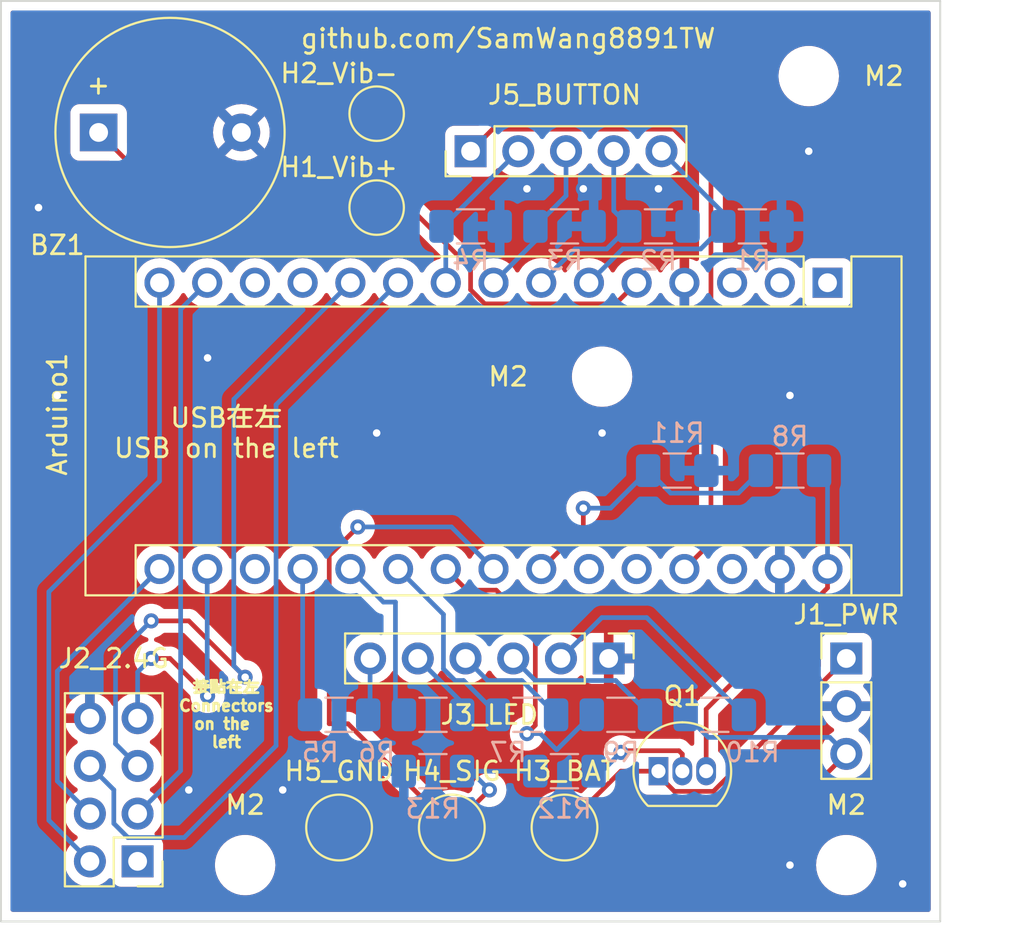
<source format=kicad_pcb>
(kicad_pcb (version 20211014) (generator pcbnew)
  (layers (0 "F.Cu" signal) (31 "B.Cu" signal) (34 "B.Paste" user) (35 "F.Paste" user) (36 "B.SilkS" user "B.Silkscreen") (37 "F.SilkS" user "F.Silkscreen") (38 "B.Mask" user) (39 "F.Mask" user) (44 "Edge.Cuts" user))
  (net 0 "")
  (net 4 "Earth")
  (net 5 "Net-(Arduino1-Pad5)")
  (net 6 "Net-(Arduino1-Pad6)")
  (net 7 "Net-(Arduino1-Pad7)")
  (net 8 "Net-(Arduino1-Pad8)")
  (net 9 "Net-(Arduino1-Pad9)")
  (net 10 "Net-(Arduino1-Pad10)")
  (net 11 "Net-(Arduino1-Pad11)")
  (net 14 "Net-(Arduino1-Pad14)")
  (net 15 "Net-(Arduino1-Pad15)")
  (net 16 "Net-(Arduino1-Pad16)")
  (net 17 "Net-(Arduino1-Pad17)")
  (net 19 "Net-(Arduino1-Pad19)")
  (net 20 "Net-(Arduino1-Pad20)")
  (net 21 "Net-(Arduino1-Pad21)")
  (net 22 "Net-(Arduino1-Pad22)")
  (net 23 "SIG")
  (net 24 "Net-(Arduino1-Pad24)")
  (net 27 "5V")
  (net 29 "Net-(Arduino1-Pad30)")
  (net 30 "Net-(H3-Pad1)")
  (net 32 "Net-(J3-Pad2)")
  (net 33 "Net-(J3-Pad3)")
  (net 34 "Net-(J3-Pad4)")
  (net 35 "Net-(J3-Pad5)")
  (net 36 "Net-(J3-Pad6)")
  (net 37 "Net-(Q1-Pad2)")
  (footprint "TestPoint:TestPoint_Pad_D2.5mm" (layer "F.Cu") (at 142 91)
    (fp_text reference "H1_Vib+" (at -2 -2.148) (layer "F.SilkS"))
    (fp_text value "Vibrator_Soder_Hole")
    (fp_circle (center 0 0) (end 0 1.45) (layer "F.SilkS") (width 0.12) (fill none))
    (pad "1" smd circle (at 0 0) (size 2.5 2.5) (layers "F.Cu" "F.Mask") (net 5 "Net-(Arduino1-Pad5)"))
  )
  (footprint "MountingHole:MountingHole_2.2mm_M2" (layer "F.Cu") (at 165 84)
    (fp_text reference "M2" (at 4 0) (layer "F.SilkS"))
    (fp_text value "MountingHole_2.2mm_M2")
    (pad "" np_thru_hole circle (at 0 0) (size 2.2 2.2) (drill 2.2) (layers *.Cu *.Mask))
  )
  (footprint "Package_TO_SOT_THT:TO-92_Inline" (layer "F.Cu") (at 157 121)
    (fp_text reference "Q1" (at 1.27 -4) (layer "F.SilkS"))
    (fp_text value "2N4355")
    (fp_line (start -0.53 1.85) (end 3.07 1.85) (layer "F.SilkS") (width 0.12))
    (fp_arc (start -0.568478 1.838478) (mid -1.132087 -0.994977) (end 1.27 -2.6) (layer "F.SilkS") (width 0.12))
    (fp_arc (start 1.27 -2.6) (mid 3.672087 -0.994977) (end 3.108478 1.838478) (layer "F.SilkS") (width 0.12))
    (pad "1" thru_hole rect (at 0 0) (size 1.05 1.5) (drill 0.75) (layers *.Cu *.Mask) (net 30 "Net-(H3-Pad1)"))
    (pad "2" thru_hole oval (at 1.27 0) (size 1.05 1.5) (drill 0.75) (layers *.Cu *.Mask) (net 37 "Net-(Q1-Pad2)"))
    (pad "3" thru_hole oval (at 2.54 0) (size 1.05 1.5) (drill 0.75) (layers *.Cu *.Mask) (net 29 "Net-(Arduino1-Pad30)"))
  )
  (footprint "Connector_PinHeader_2.54mm:PinHeader_1x03_P2.54mm_Vertical" (layer "F.Cu") (at 167 115)
    (fp_text reference "J1_PWR" (at 0 -2.33) (layer "F.SilkS"))
    (fp_text value "PowerCONN")
    (fp_line (start -1.33 1.27) (end -1.33 6.41) (layer "F.SilkS") (width 0.12))
    (fp_line (start -1.33 -1.33) (end 0 -1.33) (layer "F.SilkS") (width 0.12))
    (fp_line (start -1.33 6.41) (end 1.33 6.41) (layer "F.SilkS") (width 0.12))
    (fp_line (start 1.33 1.27) (end 1.33 6.41) (layer "F.SilkS") (width 0.12))
    (fp_line (start -1.33 0) (end -1.33 -1.33) (layer "F.SilkS") (width 0.12))
    (fp_line (start -1.33 1.27) (end 1.33 1.27) (layer "F.SilkS") (width 0.12))
    (pad "1" thru_hole rect (at 0 0) (size 1.7 1.7) (drill 1) (layers *.Cu *.Mask) (net 30 "Net-(H3-Pad1)"))
    (pad "2" thru_hole oval (at 0 2.54) (size 1.7 1.7) (drill 1) (layers *.Cu *.Mask) (net 4 "Earth"))
    (pad "3" thru_hole oval (at 0 5.08) (size 1.7 1.7) (drill 1) (layers *.Cu *.Mask) (net 23 "SIG"))
  )
  (footprint "Connector_PinHeader_2.54mm:PinHeader_2x04_P2.54mm_Vertical" (layer "F.Cu") (at 129.275 125.8 180)
    (fp_text reference "J2_2.4G" (at 1.27 10.8) (layer "F.SilkS"))
    (fp_text value "2.4G_CONN")
    (fp_line (start 1.27 -1.33) (end 3.87 -1.33) (layer "F.SilkS") (width 0.12))
    (fp_line (start -1.33 8.95) (end 3.87 8.95) (layer "F.SilkS") (width 0.12))
    (fp_line (start -1.33 1.27) (end -1.33 8.95) (layer "F.SilkS") (width 0.12))
    (fp_line (start 1.27 1.27) (end 1.27 -1.33) (layer "F.SilkS") (width 0.12))
    (fp_line (start -1.33 0) (end -1.33 -1.33) (layer "F.SilkS") (width 0.12))
    (fp_line (start -1.33 1.27) (end 1.27 1.27) (layer "F.SilkS") (width 0.12))
    (fp_line (start 3.87 -1.33) (end 3.87 8.95) (layer "F.SilkS") (width 0.12))
    (fp_line (start -1.33 -1.33) (end 0 -1.33) (layer "F.SilkS") (width 0.12))
    (pad "1" thru_hole rect (at 0 0 180) (size 1.7 1.7) (drill 1) (layers *.Cu *.Mask))
    (pad "2" thru_hole oval (at 2.54 0 180) (size 1.7 1.7) (drill 1) (layers *.Cu *.Mask) (net 15 "Net-(Arduino1-Pad15)"))
    (pad "3" thru_hole oval (at 0 2.54 180) (size 1.7 1.7) (drill 1) (layers *.Cu *.Mask) (net 14 "Net-(Arduino1-Pad14)"))
    (pad "4" thru_hole oval (at 2.54 2.54 180) (size 1.7 1.7) (drill 1) (layers *.Cu *.Mask) (net 16 "Net-(Arduino1-Pad16)"))
    (pad "5" thru_hole oval (at 0 5.08 180) (size 1.7 1.7) (drill 1) (layers *.Cu *.Mask) (net 11 "Net-(Arduino1-Pad11)"))
    (pad "6" thru_hole oval (at 2.54 5.08 180) (size 1.7 1.7) (drill 1) (layers *.Cu *.Mask) (net 10 "Net-(Arduino1-Pad10)"))
    (pad "7" thru_hole oval (at 0 7.62 180) (size 1.7 1.7) (drill 1) (layers *.Cu *.Mask) (net 17 "Net-(Arduino1-Pad17)"))
    (pad "8" thru_hole oval (at 2.54 7.62 180) (size 1.7 1.7) (drill 1) (layers *.Cu *.Mask) (net 4 "Earth"))
  )
  (footprint "Module:Arduino_Nano" (layer "F.Cu") (at 166 95 -90)
    (fp_text reference "Arduino1" (at 7 41 -90) (layer "F.SilkS"))
    (fp_text value "Arduino_Nano")
    (fp_line (start 13.97 -1.27) (end 16.64 -1.27) (layer "F.SilkS") (width 0.12))
    (fp_line (start 1.27 -1.27) (end -1.4 -1.27) (layer "F.SilkS") (width 0.12))
    (fp_line (start 1.27 1.27) (end 1.27 36.83) (layer "F.SilkS") (width 0.12))
    (fp_line (start 1.27 1.27) (end 1.27 -1.27) (layer "F.SilkS") (width 0.12))
    (fp_line (start 16.64 39.5) (end 16.64 -3.94) (layer "F.SilkS") (width 0.12))
    (fp_line (start -1.4 -3.94) (end -1.4 -1.27) (layer "F.SilkS") (width 0.12))
    (fp_line (start -1.4 1.27) (end -1.4 39.5) (layer "F.SilkS") (width 0.12))
    (fp_line (start -1.4 39.5) (end 16.64 39.5) (layer "F.SilkS") (width 0.12))
    (fp_line (start 1.27 1.27) (end -1.4 1.27) (layer "F.SilkS") (width 0.12))
    (fp_line (start 13.97 36.83) (end 16.64 36.83) (layer "F.SilkS") (width 0.12))
    (fp_line (start 13.97 -1.27) (end 13.97 36.83) (layer "F.SilkS") (width 0.12))
    (fp_line (start 16.64 -3.94) (end -1.4 -3.94) (layer "F.SilkS") (width 0.12))
    (fp_line (start 1.27 36.83) (end -1.4 36.83) (layer "F.SilkS") (width 0.12))
    (pad "1" thru_hole rect (at 0 0 270) (size 1.6 1.6) (drill 1) (layers *.Cu *.Mask))
    (pad "2" thru_hole oval (at 0 2.54 270) (size 1.6 1.6) (drill 1) (layers *.Cu *.Mask))
    (pad "3" thru_hole oval (at 0 5.08 270) (size 1.6 1.6) (drill 1) (layers *.Cu *.Mask))
    (pad "4" thru_hole oval (at 0 7.62 270) (size 1.6 1.6) (drill 1) (layers *.Cu *.Mask) (net 4 "Earth"))
    (pad "5" thru_hole oval (at 0 10.16 270) (size 1.6 1.6) (drill 1) (layers *.Cu *.Mask) (net 5 "Net-(Arduino1-Pad5)"))
    (pad "6" thru_hole oval (at 0 12.7 270) (size 1.6 1.6) (drill 1) (layers *.Cu *.Mask) (net 6 "Net-(Arduino1-Pad6)"))
    (pad "7" thru_hole oval (at 0 15.24 270) (size 1.6 1.6) (drill 1) (layers *.Cu *.Mask) (net 7 "Net-(Arduino1-Pad7)"))
    (pad "8" thru_hole oval (at 0 17.78 270) (size 1.6 1.6) (drill 1) (layers *.Cu *.Mask) (net 8 "Net-(Arduino1-Pad8)"))
    (pad "9" thru_hole oval (at 0 20.32 270) (size 1.6 1.6) (drill 1) (layers *.Cu *.Mask) (net 9 "Net-(Arduino1-Pad9)"))
    (pad "10" thru_hole oval (at 0 22.86 270) (size 1.6 1.6) (drill 1) (layers *.Cu *.Mask) (net 10 "Net-(Arduino1-Pad10)"))
    (pad "11" thru_hole oval (at 0 25.4 270) (size 1.6 1.6) (drill 1) (layers *.Cu *.Mask) (net 11 "Net-(Arduino1-Pad11)"))
    (pad "12" thru_hole oval (at 0 27.94 270) (size 1.6 1.6) (drill 1) (layers *.Cu *.Mask))
    (pad "13" thru_hole oval (at 0 30.48 270) (size 1.6 1.6) (drill 1) (layers *.Cu *.Mask))
    (pad "14" thru_hole oval (at 0 33.02 270) (size 1.6 1.6) (drill 1) (layers *.Cu *.Mask) (net 14 "Net-(Arduino1-Pad14)"))
    (pad "15" thru_hole oval (at 0 35.56 270) (size 1.6 1.6) (drill 1) (layers *.Cu *.Mask) (net 15 "Net-(Arduino1-Pad15)"))
    (pad "16" thru_hole oval (at 15.24 35.56 270) (size 1.6 1.6) (drill 1) (layers *.Cu *.Mask) (net 16 "Net-(Arduino1-Pad16)"))
    (pad "17" thru_hole oval (at 15.24 33.02 270) (size 1.6 1.6) (drill 1) (layers *.Cu *.Mask) (net 17 "Net-(Arduino1-Pad17)"))
    (pad "18" thru_hole oval (at 15.24 30.48 270) (size 1.6 1.6) (drill 1) (layers *.Cu *.Mask))
    (pad "19" thru_hole oval (at 15.24 27.94 270) (size 1.6 1.6) (drill 1) (layers *.Cu *.Mask) (net 19 "Net-(Arduino1-Pad19)"))
    (pad "20" thru_hole oval (at 15.24 25.4 270) (size 1.6 1.6) (drill 1) (layers *.Cu *.Mask) (net 20 "Net-(Arduino1-Pad20)"))
    (pad "21" thru_hole oval (at 15.24 22.86 270) (size 1.6 1.6) (drill 1) (layers *.Cu *.Mask) (net 21 "Net-(Arduino1-Pad21)"))
    (pad "22" thru_hole oval (at 15.24 20.32 270) (size 1.6 1.6) (drill 1) (layers *.Cu *.Mask) (net 22 "Net-(Arduino1-Pad22)"))
    (pad "23" thru_hole oval (at 15.24 17.78 270) (size 1.6 1.6) (drill 1) (layers *.Cu *.Mask) (net 23 "SIG"))
    (pad "24" thru_hole oval (at 15.24 15.24 270) (size 1.6 1.6) (drill 1) (layers *.Cu *.Mask) (net 24 "Net-(Arduino1-Pad24)"))
    (pad "25" thru_hole oval (at 15.24 12.7 270) (size 1.6 1.6) (drill 1) (layers *.Cu *.Mask))
    (pad "26" thru_hole oval (at 15.24 10.16 270) (size 1.6 1.6) (drill 1) (layers *.Cu *.Mask))
    (pad "27" thru_hole oval (at 15.24 7.62 270) (size 1.6 1.6) (drill 1) (layers *.Cu *.Mask) (net 27 "5V"))
    (pad "28" thru_hole oval (at 15.24 5.08 270) (size 1.6 1.6) (drill 1) (layers *.Cu *.Mask))
    (pad "29" thru_hole oval (at 15.24 2.54 270) (size 1.6 1.6) (drill 1) (layers *.Cu *.Mask) (net 4 "Earth"))
    (pad "30" thru_hole oval (at 15.24 0 270) (size 1.6 1.6) (drill 1) (layers *.Cu *.Mask) (net 29 "Net-(Arduino1-Pad30)"))
  )
  (footprint "Buzzer_Beeper:Buzzer_12x9.5RM7.6" (layer "F.Cu") (at 127.2 87)
    (fp_text reference "BZ1" (at -2.2 6) (layer "F.SilkS"))
    (fp_text value "Buzzer")
    (fp_text user "+" (at -0.01 -2.54) (layer "F.SilkS"))
    (fp_circle (center 3.8 0) (end 9.9 0) (layer "F.SilkS") (width 0.12) (fill none))
    (pad "1" thru_hole rect (at 0 0) (size 2 2) (drill 1) (layers *.Cu *.Mask) (net 5 "Net-(Arduino1-Pad5)"))
    (pad "2" thru_hole circle (at 7.6 0) (size 2 2) (drill 1) (layers *.Cu *.Mask) (net 4 "Earth"))
  )
  (footprint "MountingHole:MountingHole_2.2mm_M2" (layer "F.Cu") (at 167 126)
    (fp_text reference "M2" (at 0 -3.2) (layer "F.SilkS"))
    (fp_text value "MountingHole_2.2mm_M2")
    (pad "" np_thru_hole circle (at 0 0) (size 2.2 2.2) (drill 2.2) (layers *.Cu *.Mask))
  )
  (footprint "TestPoint:TestPoint_Pad_D3.0mm" (layer "F.Cu") (at 146 124)
    (fp_text reference "H4_SIG" (at 0 -3) (layer "F.SilkS"))
    (fp_text value "SIG")
    (fp_circle (center 0 0) (end 0 1.75) (layer "F.SilkS") (width 0.12) (fill none))
    (pad "1" smd circle (at 0 0) (size 3 3) (layers "F.Cu" "F.Mask") (net 23 "SIG"))
  )
  (footprint "Connector_PinHeader_2.54mm:PinHeader_1x06_P2.54mm_Vertical" (layer "F.Cu") (at 154.35 115 -90)
    (fp_text reference "J3_LED" (at 3 6.35 180) (layer "F.SilkS"))
    (fp_text value "LED_CONN")
    (fp_line (start -1.33 0) (end -1.33 -1.33) (layer "F.SilkS") (width 0.12))
    (fp_line (start 1.33 1.27) (end 1.33 14.03) (layer "F.SilkS") (width 0.12))
    (fp_line (start -1.33 14.03) (end 1.33 14.03) (layer "F.SilkS") (width 0.12))
    (fp_line (start -1.33 -1.33) (end 0 -1.33) (layer "F.SilkS") (width 0.12))
    (fp_line (start -1.33 1.27) (end -1.33 14.03) (layer "F.SilkS") (width 0.12))
    (fp_line (start -1.33 1.27) (end 1.33 1.27) (layer "F.SilkS") (width 0.12))
    (pad "1" thru_hole rect (at 0 0 270) (size 1.7 1.7) (drill 1) (layers *.Cu *.Mask) (net 4 "Earth"))
    (pad "2" thru_hole oval (at 0 2.54 270) (size 1.7 1.7) (drill 1) (layers *.Cu *.Mask) (net 32 "Net-(J3-Pad2)"))
    (pad "3" thru_hole oval (at 0 5.08 270) (size 1.7 1.7) (drill 1) (layers *.Cu *.Mask) (net 33 "Net-(J3-Pad3)"))
    (pad "4" thru_hole oval (at 0 7.62 270) (size 1.7 1.7) (drill 1) (layers *.Cu *.Mask) (net 34 "Net-(J3-Pad4)"))
    (pad "5" thru_hole oval (at 0 10.16 270) (size 1.7 1.7) (drill 1) (layers *.Cu *.Mask) (net 35 "Net-(J3-Pad5)"))
    (pad "6" thru_hole oval (at 0 12.7 270) (size 1.7 1.7) (drill 1) (layers *.Cu *.Mask) (net 36 "Net-(J3-Pad6)"))
  )
  (footprint "TestPoint:TestPoint_Pad_D3.0mm" (layer "F.Cu") (at 152 124)
    (fp_text reference "H3_BAT" (at 0 -3) (layer "F.SilkS"))
    (fp_text value "BAT")
    (fp_circle (center 0 0) (end 0 1.75) (layer "F.SilkS") (width 0.12) (fill none))
    (pad "1" smd circle (at 0 0) (size 3 3) (layers "F.Cu" "F.Mask") (net 30 "Net-(H3-Pad1)"))
  )
  (footprint "MountingHole:MountingHole_2.2mm_M2" (layer "F.Cu") (at 135 126)
    (fp_text reference "M2" (at 0 -3.2) (layer "F.SilkS"))
    (fp_text value "MountingHole_2.2mm_M2")
    (pad "" np_thru_hole circle (at 0 0) (size 2.2 2.2) (drill 2.2) (layers *.Cu *.Mask))
  )
  (footprint "TestPoint:TestPoint_Pad_D2.5mm" (layer "F.Cu") (at 142 86)
    (fp_text reference "H2_Vib-" (at -2 -2.148) (layer "F.SilkS"))
    (fp_text value "Vibrator_Soder_Hole")
    (fp_circle (center 0 0) (end 0 1.45) (layer "F.SilkS") (width 0.12) (fill none))
    (pad "1" smd circle (at 0 0) (size 2.5 2.5) (layers "F.Cu" "F.Mask") (net 4 "Earth"))
  )
  (footprint "Connector_PinHeader_2.54mm:PinHeader_1x05_P2.54mm_Vertical" (layer "F.Cu") (at 147 88 90)
    (fp_text reference "J5_BUTTON" (at 3 5 180) (layer "F.SilkS"))
    (fp_text value "Button_CONN")
    (fp_line (start -1.33 1.27) (end 1.33 1.27) (layer "F.SilkS") (width 0.12))
    (fp_line (start -1.33 11.49) (end 1.33 11.49) (layer "F.SilkS") (width 0.12))
    (fp_line (start -1.33 1.27) (end -1.33 11.49) (layer "F.SilkS") (width 0.12))
    (fp_line (start 1.33 1.27) (end 1.33 11.49) (layer "F.SilkS") (width 0.12))
    (fp_line (start -1.33 0) (end -1.33 -1.33) (layer "F.SilkS") (width 0.12))
    (fp_line (start -1.33 -1.33) (end 0 -1.33) (layer "F.SilkS") (width 0.12))
    (pad "1" thru_hole rect (at 0 0 90) (size 1.7 1.7) (drill 1) (layers *.Cu *.Mask) (net 27 "5V"))
    (pad "2" thru_hole oval (at 0 2.54 90) (size 1.7 1.7) (drill 1) (layers *.Cu *.Mask) (net 9 "Net-(Arduino1-Pad9)"))
    (pad "3" thru_hole oval (at 0 5.08 90) (size 1.7 1.7) (drill 1) (layers *.Cu *.Mask) (net 8 "Net-(Arduino1-Pad8)"))
    (pad "4" thru_hole oval (at 0 7.62 90) (size 1.7 1.7) (drill 1) (layers *.Cu *.Mask) (net 7 "Net-(Arduino1-Pad7)"))
    (pad "5" thru_hole oval (at 0 10.16 90) (size 1.7 1.7) (drill 1) (layers *.Cu *.Mask) (net 6 "Net-(Arduino1-Pad6)"))
  )
  (footprint "TestPoint:TestPoint_Pad_D3.0mm" (layer "F.Cu") (at 140 124)
    (fp_text reference "H5_GND" (at 0 -3) (layer "F.SilkS"))
    (fp_text value "GND")
    (fp_circle (center 0 0) (end 0 1.75) (layer "F.SilkS") (width 0.12) (fill none))
    (pad "1" smd circle (at 0 0) (size 3 3) (layers "F.Cu" "F.Mask") (net 4 "Earth"))
  )
  (footprint "MountingHole:MountingHole_2.2mm_M2" (layer "F.Cu") (at 154 100)
    (fp_text reference "M2" (at -5 0) (layer "F.SilkS"))
    (fp_text value "MountingHole_2.2mm_M2")
    (pad "" np_thru_hole circle (at 0 0) (size 2.2 2.2) (drill 2.2) (layers *.Cu *.Mask))
  )
  (footprint "Resistor_SMD:R_1206_3216Metric_Pad1.30x1.75mm_HandSolder" (layer "B.Cu") (at 151.995238 121 180)
    (fp_text reference "R12" (at 0 -2) (layer "B.SilkS") (effects (justify mirror)))
    (fp_text value "100kΩ")
    (fp_line (start -0.727064 -0.91) (end 0.727064 -0.91) (layer "B.SilkS") (width 0.12))
    (fp_line (start -0.727064 0.91) (end 0.727064 0.91) (layer "B.SilkS") (width 0.12))
    (pad "1" smd roundrect (at -1.55 0 180) (size 1.3 1.75) (layers "B.Cu" "B.Paste" "B.Mask") (roundrect_rratio 0.1923076923) (net 37 "Net-(Q1-Pad2)"))
    (pad "2" smd roundrect (at 1.55 0 180) (size 1.3 1.75) (layers "B.Cu" "B.Paste" "B.Mask") (roundrect_rratio 0.1923076923) (net 23 "SIG"))
  )
  (footprint "Resistor_SMD:R_1206_3216Metric_Pad1.30x1.75mm_HandSolder" (layer "B.Cu") (at 158 105)
    (fp_text reference "R11" (at 0 -2) (layer "B.SilkS") (effects (justify mirror)))
    (fp_text value "500kΩ")
    (fp_line (start -0.727064 0.91) (end 0.727064 0.91) (layer "B.SilkS") (width 0.12))
    (fp_line (start -0.727064 -0.91) (end 0.727064 -0.91) (layer "B.SilkS") (width 0.12))
    (pad "1" smd roundrect (at -1.55 0) (size 1.3 1.75) (layers "B.Cu" "B.Paste" "B.Mask") (roundrect_rratio 0.1923076923) (net 24 "Net-(Arduino1-Pad24)"))
    (pad "2" smd roundrect (at 1.55 0) (size 1.3 1.75) (layers "B.Cu" "B.Paste" "B.Mask") (roundrect_rratio 0.1923076923) (net 4 "Earth"))
  )
  (footprint "Resistor_SMD:R_1206_3216Metric_Pad1.30x1.75mm_HandSolder" (layer "B.Cu") (at 160 118 180)
    (fp_text reference "R10" (at -2 -2) (layer "B.SilkS") (effects (justify mirror)))
    (fp_text value "330Ω")
    (fp_line (start -0.727064 0.91) (end 0.727064 0.91) (layer "B.SilkS") (width 0.12))
    (fp_line (start -0.727064 -0.91) (end 0.727064 -0.91) (layer "B.SilkS") (width 0.12))
    (pad "1" smd roundrect (at -1.55 0 180) (size 1.3 1.75) (layers "B.Cu" "B.Paste" "B.Mask") (roundrect_rratio 0.1923076923) (net 32 "Net-(J3-Pad2)"))
    (pad "2" smd roundrect (at 1.55 0 180) (size 1.3 1.75) (layers "B.Cu" "B.Paste" "B.Mask") (roundrect_rratio 0.1923076923) (net 23 "SIG"))
  )
  (footprint "Resistor_SMD:R_1206_3216Metric_Pad1.30x1.75mm_HandSolder" (layer "B.Cu") (at 157 92)
    (fp_text reference "R2" (at 0 1.82) (layer "B.SilkS") (effects (justify mirror)))
    (fp_text value "330Ω")
    (fp_line (start -0.727064 0.91) (end 0.727064 0.91) (layer "B.SilkS") (width 0.12))
    (fp_line (start -0.727064 -0.91) (end 0.727064 -0.91) (layer "B.SilkS") (width 0.12))
    (pad "1" smd roundrect (at -1.55 0) (size 1.3 1.75) (layers "B.Cu" "B.Paste" "B.Mask") (roundrect_rratio 0.1923076923) (net 7 "Net-(Arduino1-Pad7)"))
    (pad "2" smd roundrect (at 1.55 0) (size 1.3 1.75) (layers "B.Cu" "B.Paste" "B.Mask") (roundrect_rratio 0.1923076923) (net 4 "Earth"))
  )
  (footprint "Resistor_SMD:R_1206_3216Metric_Pad1.30x1.75mm_HandSolder" (layer "B.Cu") (at 140 118 180)
    (fp_text reference "R5" (at 1 -2) (layer "B.SilkS") (effects (justify mirror)))
    (fp_text value "330Ω")
    (fp_line (start -0.727064 -0.91) (end 0.727064 -0.91) (layer "B.SilkS") (width 0.12))
    (fp_line (start -0.727064 0.91) (end 0.727064 0.91) (layer "B.SilkS") (width 0.12))
    (pad "1" smd roundrect (at -1.55 0 180) (size 1.3 1.75) (layers "B.Cu" "B.Paste" "B.Mask") (roundrect_rratio 0.1923076923) (net 36 "Net-(J3-Pad6)"))
    (pad "2" smd roundrect (at 1.55 0 180) (size 1.3 1.75) (layers "B.Cu" "B.Paste" "B.Mask") (roundrect_rratio 0.1923076923) (net 19 "Net-(Arduino1-Pad19)"))
  )
  (footprint "Resistor_SMD:R_1206_3216Metric_Pad1.30x1.75mm_HandSolder" (layer "B.Cu") (at 144.995238 121 180)
    (fp_text reference "R13" (at 0 -2) (layer "B.SilkS") (effects (justify mirror)))
    (fp_text value "20kΩ")
    (fp_line (start -0.727064 0.91) (end 0.727064 0.91) (layer "B.SilkS") (width 0.12))
    (fp_line (start -0.727064 -0.91) (end 0.727064 -0.91) (layer "B.SilkS") (width 0.12))
    (pad "1" smd roundrect (at -1.55 0 180) (size 1.3 1.75) (layers "B.Cu" "B.Paste" "B.Mask") (roundrect_rratio 0.1923076923) (net 23 "SIG"))
    (pad "2" smd roundrect (at 1.55 0 180) (size 1.3 1.75) (layers "B.Cu" "B.Paste" "B.Mask") (roundrect_rratio 0.1923076923) (net 4 "Earth"))
  )
  (footprint "Resistor_SMD:R_1206_3216Metric_Pad1.30x1.75mm_HandSolder" (layer "B.Cu") (at 150 118)
    (fp_text reference "R7" (at -1 2) (layer "B.SilkS") (effects (justify mirror)))
    (fp_text value "330Ω")
    (fp_line (start -0.727064 0.91) (end 0.727064 0.91) (layer "B.SilkS") (width 0.12))
    (fp_line (start -0.727064 -0.91) (end 0.727064 -0.91) (layer "B.SilkS") (width 0.12))
    (pad "1" smd roundrect (at -1.55 0) (size 1.3 1.75) (layers "B.Cu" "B.Paste" "B.Mask") (roundrect_rratio 0.1923076923) (net 21 "Net-(Arduino1-Pad21)"))
    (pad "2" smd roundrect (at 1.55 0) (size 1.3 1.75) (layers "B.Cu" "B.Paste" "B.Mask") (roundrect_rratio 0.1923076923) (net 34 "Net-(J3-Pad4)"))
  )
  (footprint "Resistor_SMD:R_1206_3216Metric_Pad1.30x1.75mm_HandSolder" (layer "B.Cu") (at 162 92)
    (fp_text reference "R1" (at 0 1.82) (layer "B.SilkS") (effects (justify mirror)))
    (fp_text value "330Ω")
    (fp_line (start -0.727064 0.91) (end 0.727064 0.91) (layer "B.SilkS") (width 0.12))
    (fp_line (start -0.727064 -0.91) (end 0.727064 -0.91) (layer "B.SilkS") (width 0.12))
    (pad "1" smd roundrect (at -1.55 0) (size 1.3 1.75) (layers "B.Cu" "B.Paste" "B.Mask") (roundrect_rratio 0.1923076923) (net 6 "Net-(Arduino1-Pad6)"))
    (pad "2" smd roundrect (at 1.55 0) (size 1.3 1.75) (layers "B.Cu" "B.Paste" "B.Mask") (roundrect_rratio 0.1923076923) (net 4 "Earth"))
  )
  (footprint "Resistor_SMD:R_1206_3216Metric_Pad1.30x1.75mm_HandSolder" (layer "B.Cu") (at 147 92)
    (fp_text reference "R4" (at 0 1.82) (layer "B.SilkS") (effects (justify mirror)))
    (fp_text value "330Ω")
    (fp_line (start -0.727064 -0.91) (end 0.727064 -0.91) (layer "B.SilkS") (width 0.12))
    (fp_line (start -0.727064 0.91) (end 0.727064 0.91) (layer "B.SilkS") (width 0.12))
    (pad "1" smd roundrect (at -1.55 0) (size 1.3 1.75) (layers "B.Cu" "B.Paste" "B.Mask") (roundrect_rratio 0.1923076923) (net 9 "Net-(Arduino1-Pad9)"))
    (pad "2" smd roundrect (at 1.55 0) (size 1.3 1.75) (layers "B.Cu" "B.Paste" "B.Mask") (roundrect_rratio 0.1923076923) (net 4 "Earth"))
  )
  (footprint "Resistor_SMD:R_1206_3216Metric_Pad1.30x1.75mm_HandSolder" (layer "B.Cu") (at 164 105 180)
    (fp_text reference "R8" (at 0 1.82) (layer "B.SilkS") (effects (justify mirror)))
    (fp_text value "500kΩ")
    (fp_line (start -0.727064 0.91) (end 0.727064 0.91) (layer "B.SilkS") (width 0.12))
    (fp_line (start -0.727064 -0.91) (end 0.727064 -0.91) (layer "B.SilkS") (width 0.12))
    (pad "1" smd roundrect (at -1.55 0 180) (size 1.3 1.75) (layers "B.Cu" "B.Paste" "B.Mask") (roundrect_rratio 0.1923076923) (net 29 "Net-(Arduino1-Pad30)"))
    (pad "2" smd roundrect (at 1.55 0 180) (size 1.3 1.75) (layers "B.Cu" "B.Paste" "B.Mask") (roundrect_rratio 0.1923076923) (net 24 "Net-(Arduino1-Pad24)"))
  )
  (footprint "Resistor_SMD:R_1206_3216Metric_Pad1.30x1.75mm_HandSolder" (layer "B.Cu") (at 152 92)
    (fp_text reference "R3" (at 0 1.82) (layer "B.SilkS") (effects (justify mirror)))
    (fp_text value "330Ω")
    (fp_line (start -0.727064 -0.91) (end 0.727064 -0.91) (layer "B.SilkS") (width 0.12))
    (fp_line (start -0.727064 0.91) (end 0.727064 0.91) (layer "B.SilkS") (width 0.12))
    (pad "1" smd roundrect (at -1.55 0) (size 1.3 1.75) (layers "B.Cu" "B.Paste" "B.Mask") (roundrect_rratio 0.1923076923) (net 8 "Net-(Arduino1-Pad8)"))
    (pad "2" smd roundrect (at 1.55 0) (size 1.3 1.75) (layers "B.Cu" "B.Paste" "B.Mask") (roundrect_rratio 0.1923076923) (net 4 "Earth"))
  )
  (footprint "Resistor_SMD:R_1206_3216Metric_Pad1.30x1.75mm_HandSolder" (layer "B.Cu") (at 145 118 180)
    (fp_text reference "R6" (at 3 -2) (layer "B.SilkS") (effects (justify mirror)))
    (fp_text value "330Ω")
    (fp_line (start -0.727064 -0.91) (end 0.727064 -0.91) (layer "B.SilkS") (width 0.12))
    (fp_line (start -0.727064 0.91) (end 0.727064 0.91) (layer "B.SilkS") (width 0.12))
    (pad "1" smd roundrect (at -1.55 0 180) (size 1.3 1.75) (layers "B.Cu" "B.Paste" "B.Mask") (roundrect_rratio 0.1923076923) (net 35 "Net-(J3-Pad5)"))
    (pad "2" smd roundrect (at 1.55 0 180) (size 1.3 1.75) (layers "B.Cu" "B.Paste" "B.Mask") (roundrect_rratio 0.1923076923) (net 20 "Net-(Arduino1-Pad20)"))
  )
  (footprint "Resistor_SMD:R_1206_3216Metric_Pad1.30x1.75mm_HandSolder" (layer "B.Cu") (at 155 118)
    (fp_text reference "R9" (at 0 2) (layer "B.SilkS") (effects (justify mirror)))
    (fp_text value "330Ω")
    (fp_line (start -0.727064 -0.91) (end 0.727064 -0.91) (layer "B.SilkS") (width 0.12))
    (fp_line (start -0.727064 0.91) (end 0.727064 0.91) (layer "B.SilkS") (width 0.12))
    (pad "1" smd roundrect (at -1.55 0) (size 1.3 1.75) (layers "B.Cu" "B.Paste" "B.Mask") (roundrect_rratio 0.1923076923) (net 22 "Net-(Arduino1-Pad22)"))
    (pad "2" smd roundrect (at 1.55 0) (size 1.3 1.75) (layers "B.Cu" "B.Paste" "B.Mask") (roundrect_rratio 0.1923076923) (net 33 "Net-(J3-Pad3)"))
  )
  (gr_poly (pts (xy 172 129) (xy 122 129) (xy 122 80) (xy 172 80)) (layer "Edge.Cuts") (width 0.1) (fill none))
  (gr_text "接點在左\nConnectors\non the \nleft" (at 134 118) (layer "F.SilkS") (effects (font (size 0.6 0.6))))
  (gr_text "USB在左\nUSB on the left" (at 134 103) (layer "F.SilkS") (effects (font (size 1 1))))
  (gr_text "github.com/SamWang8891TW" (at 149 82) (layer "F.SilkS") (effects (font (size 1 1))))
  (via (at 133 99) (size 0.8) (drill 0.4) (layers "F.Cu" "B.Cu") (net 4))
  (via (at 132 122) (size 0.8) (drill 0.4) (layers "F.Cu" "B.Cu") (net 4))
  (via (at 153 90) (size 0.8) (drill 0.4) (layers "F.Cu" "B.Cu") (net 4))
  (via (at 154 103) (size 0.8) (drill 0.4) (layers "F.Cu" "B.Cu") (net 4))
  (via (at 142 103) (size 0.8) (drill 0.4) (layers "F.Cu" "B.Cu") (net 4))
  (via (at 150 90) (size 0.8) (drill 0.4) (layers "F.Cu" "B.Cu") (net 4))
  (via (at 165 88) (size 0.8) (drill 0.4) (layers "F.Cu" "B.Cu") (net 4))
  (via (at 157 90) (size 0.8) (drill 0.4) (layers "F.Cu" "B.Cu") (net 4))
  (via (at 164 126) (size 0.8) (drill 0.4) (layers "F.Cu" "B.Cu") (net 4))
  (via (at 124 91) (size 0.8) (drill 0.4) (layers "F.Cu" "B.Cu") (net 4))
  (via (at 170 127) (size 0.8) (drill 0.4) (layers "F.Cu" "B.Cu") (net 4))
  (via (at 164 101) (size 0.8) (drill 0.4) (layers "F.Cu" "B.Cu") (net 4))
  (via (at 125 101) (size 0.8) (drill 0.4) (layers "F.Cu" "B.Cu") (net 4))
  (via (at 137 122) (size 0.8) (drill 0.4) (layers "F.Cu" "B.Cu") (net 4))
  (segment (start 147 95.370991) (end 147.754009 96.125) (width 0.25) (layer "F.Cu") (net 5))
  (segment (start 142 91) (end 143.767766 91) (width 0.25) (layer "F.Cu") (net 5))
  (segment (start 131.2 91) (end 127.2 87) (width 0.25) (layer "F.Cu") (net 5))
  (segment (start 143.767766 91) (end 147 94.232234) (width 0.25) (layer "F.Cu") (net 5))
  (segment (start 154.715 96.125) (end 155.84 95) (width 0.25) (layer "F.Cu") (net 5))
  (segment (start 147.754009 96.125) (end 154.715 96.125) (width 0.25) (layer "F.Cu") (net 5))
  (segment (start 147 94.232234) (end 147 95.370991) (width 0.25) (layer "F.Cu") (net 5))
  (segment (start 142 91) (end 131.2 91) (width 0.25) (layer "F.Cu") (net 5))
  (segment (start 155.1 93.2) (end 153.3 95) (width 0.25) (layer "B.Cu") (net 6))
  (segment (start 159.25 93.2) (end 155.1 93.2) (width 0.25) (layer "B.Cu") (net 6))
  (segment (start 160.45 92) (end 159.25 93.2) (width 0.25) (layer "B.Cu") (net 6))
  (segment (start 157.16 88) (end 160.45 91.29) (width 0.25) (layer "B.Cu") (net 6))
  (segment (start 160.45 91.29) (end 160.45 92) (width 0.25) (layer "B.Cu") (net 6))
  (segment (start 154.62 91.17) (end 155.45 92) (width 0.25) (layer "B.Cu") (net 7))
  (segment (start 152.56 93.2) (end 150.76 95) (width 0.25) (layer "B.Cu") (net 7))
  (segment (start 154.62 88) (end 154.62 91.17) (width 0.25) (layer "B.Cu") (net 7))
  (segment (start 154.25 93.2) (end 152.56 93.2) (width 0.25) (layer "B.Cu") (net 7))
  (segment (start 155.45 92) (end 154.25 93.2) (width 0.25) (layer "B.Cu") (net 7))
  (segment (start 150.45 92) (end 150.45 92.77) (width 0.25) (layer "B.Cu") (net 8))
  (segment (start 152.08 90.37) (end 150.45 92) (width 0.25) (layer "B.Cu") (net 8))
  (segment (start 150.45 92.77) (end 148.22 95) (width 0.25) (layer "B.Cu") (net 8))
  (segment (start 152.08 88) (end 152.08 90.37) (width 0.25) (layer "B.Cu") (net 8))
  (segment (start 149.54 88) (end 145.54 92) (width 0.25) (layer "B.Cu") (net 9))
  (segment (start 145.54 92) (end 145.45 92) (width 0.25) (layer "B.Cu") (net 9))
  (segment (start 145.45 92) (end 145.68 92.23) (width 0.25) (layer "B.Cu") (net 9))
  (segment (start 145.68 92.23) (end 145.68 95) (width 0.25) (layer "B.Cu") (net 9))
  (segment (start 136.645 119.645) (end 136.645 101.495) (width 0.25) (layer "B.Cu") (net 10))
  (segment (start 136.645 101.495) (end 143.14 95) (width 0.25) (layer "B.Cu") (net 10))
  (segment (start 131.756778 124.533222) (end 136.645 119.645) (width 0.25) (layer "B.Cu") (net 10))
  (segment (start 128.009278 123.78428) (end 128.75822 124.533222) (width 0.25) (layer "B.Cu") (net 10))
  (segment (start 128.75822 124.533222) (end 131.756778 124.533222) (width 0.25) (layer "B.Cu") (net 10))
  (segment (start 126.735 120.72) (end 128.009278 121.994278) (width 0.25) (layer "B.Cu") (net 10))
  (segment (start 128.009278 121.994278) (end 128.009278 123.78428) (width 0.25) (layer "B.Cu") (net 10))
  (segment (start 130 113) (end 132 113) (width 0.25) (layer "F.Cu") (net 11))
  (segment (start 132 113) (end 135 116) (width 0.25) (layer "F.Cu") (net 11))
  (via (at 135 116) (size 0.8) (drill 0.4) (layers "F.Cu" "B.Cu") (net 11))
  (via (at 130 113) (size 0.8) (drill 0.4) (layers "F.Cu" "B.Cu") (net 11))
  (segment (start 135 116) (end 134.395 115.395) (width 0.25) (layer "B.Cu") (net 11))
  (segment (start 140.6 95) (end 136.3 99.3) (width 0.25) (layer "B.Cu") (net 11))
  (segment (start 134.395 101.205) (end 136.3 99.3) (width 0.25) (layer "B.Cu") (net 11))
  (segment (start 128.1 119.545) (end 128.1 114.9) (width 0.25) (layer "B.Cu") (net 11))
  (segment (start 129.275 120.72) (end 128.1 119.545) (width 0.25) (layer "B.Cu") (net 11))
  (segment (start 128.1 114.9) (end 130 113) (width 0.25) (layer "B.Cu") (net 11))
  (segment (start 134.395 115.395) (end 134.395 101.205) (width 0.25) (layer "B.Cu") (net 11))
  (segment (start 129.275 123.26) (end 131.565 120.97) (width 0.25) (layer "B.Cu") (net 14))
  (segment (start 131.565 120.97) (end 131.565 96.415) (width 0.25) (layer "B.Cu") (net 14))
  (segment (start 131.565 96.415) (end 132.98 95) (width 0.25) (layer "B.Cu") (net 14))
  (segment (start 130.44 105.56) (end 130.44 95) (width 0.25) (layer "B.Cu") (net 15))
  (segment (start 130.44 105.56) (end 124.55 111.45) (width 0.25) (layer "B.Cu") (net 15))
  (segment (start 124.55 123.615) (end 126.735 125.8) (width 0.25) (layer "B.Cu") (net 15))
  (segment (start 124.55 111.45) (end 124.55 123.615) (width 0.25) (layer "B.Cu") (net 15))
  (segment (start 126.735 123.26) (end 125 121.525) (width 0.25) (layer "B.Cu") (net 16))
  (segment (start 125 121.525) (end 125 115.68) (width 0.25) (layer "B.Cu") (net 16))
  (segment (start 125 115.68) (end 130.44 110.24) (width 0.25) (layer "B.Cu") (net 16))
  (segment (start 131 115) (end 133 117) (width 0.25) (layer "F.Cu") (net 17))
  (segment (start 130 115) (end 131 115) (width 0.25) (layer "F.Cu") (net 17))
  (via (at 133 117) (size 0.8) (drill 0.4) (layers "F.Cu" "B.Cu") (net 17))
  (via (at 130 115) (size 0.8) (drill 0.4) (layers "F.Cu" "B.Cu") (net 17))
  (segment (start 129.275 115.725) (end 130 115) (width 0.25) (layer "B.Cu") (net 17))
  (segment (start 132.98 110.24) (end 132.98 116.98) (width 0.25) (layer "B.Cu") (net 17))
  (segment (start 132.98 116.98) (end 133 117) (width 0.25) (layer "B.Cu") (net 17))
  (segment (start 129.275 118.18) (end 129.275 115.725) (width 0.25) (layer "B.Cu") (net 17))
  (segment (start 138.45 118) (end 138.06 117.61) (width 0.25) (layer "B.Cu") (net 19))
  (segment (start 138.06 117.61) (end 138.06 110.24) (width 0.25) (layer "B.Cu") (net 19))
  (segment (start 142.36 112) (end 140.6 110.24) (width 0.25) (layer "B.Cu") (net 20))
  (segment (start 143 112) (end 142.36 112) (width 0.25) (layer "B.Cu") (net 20))
  (segment (start 143 117.55) (end 143 112) (width 0.25) (layer "B.Cu") (net 20))
  (segment (start 143 117.55) (end 143.45 118) (width 0.25) (layer "B.Cu") (net 20))
  (segment (start 146.175 116.175) (end 145.555 115.555) (width 0.25) (layer "B.Cu") (net 21))
  (segment (start 145.555 112.655) (end 143.14 110.24) (width 0.25) (layer "B.Cu") (net 21))
  (segment (start 148.45 118) (end 146.625 116.175) (width 0.25) (layer "B.Cu") (net 21))
  (segment (start 145.555 115.555) (end 145.555 112.655) (width 0.25) (layer "B.Cu") (net 21))
  (segment (start 146.625 116.175) (end 146.175 116.175) (width 0.25) (layer "B.Cu") (net 21))
  (segment (start 148.365 111.365) (end 146.805 111.365) (width 0.25) (layer "F.Cu") (net 22))
  (segment (start 150.445 118.555) (end 150 119) (width 0.25) (layer "F.Cu") (net 22))
  (segment (start 146.805 111.365) (end 145.68 110.24) (width 0.25) (layer "F.Cu") (net 22))
  (segment (start 150.445 113.445) (end 150.445 118.555) (width 0.25) (layer "F.Cu") (net 22))
  (segment (start 148.365 111.365) (end 150.445 113.445) (width 0.25) (layer "F.Cu") (net 22))
  (via (at 150 119) (size 0.8) (drill 0.4) (layers "F.Cu" "B.Cu") (net 22))
  (segment (start 151.56536 119.853533) (end 151.596467 119.853533) (width 0.25) (layer "B.Cu") (net 22))
  (segment (start 150.711827 119) (end 151.56536 119.853533) (width 0.25) (layer "B.Cu") (net 22))
  (segment (start 151.596467 119.853533) (end 153.45 118) (width 0.25) (layer "B.Cu") (net 22))
  (segment (start 150 119) (end 150.711827 119) (width 0.25) (layer "B.Cu") (net 22))
  (segment (start 153.45 118) (end 153.45 117.45) (width 0.25) (layer "B.Cu") (net 22))
  (segment (start 139.475 109.525) (end 139.475 118.475) (width 0.25) (layer "F.Cu") (net 23))
  (segment (start 139.475 118.475) (end 140.475 118.475) (width 0.25) (layer "F.Cu") (net 23))
  (segment (start 146 125) (end 146 124) (width 0.25) (layer "F.Cu") (net 23))
  (segment (start 167 120.08) (end 161.08 126) (width 0.25) (layer "F.Cu") (net 23))
  (segment (start 140.475 118.475) (end 146 124) (width 0.25) (layer "F.Cu") (net 23))
  (segment (start 161.08 126) (end 147 126) (width 0.25) (layer "F.Cu") (net 23))
  (segment (start 147 126) (end 146 125) (width 0.25) (layer "F.Cu") (net 23))
  (segment (start 148 122) (end 146 124) (width 0.25) (layer "F.Cu") (net 23))
  (segment (start 141 108) (end 139.475 109.525) (width 0.25) (layer "F.Cu") (net 23))
  (via (at 141 108) (size 0.8) (drill 0.4) (layers "F.Cu" "B.Cu") (net 23))
  (via (at 148 122) (size 0.8) (drill 0.4) (layers "F.Cu" "B.Cu") (net 23))
  (segment (start 166.12 119.2) (end 167 120.08) (width 0.25) (layer "B.Cu") (net 23))
  (segment (start 146.545238 121) (end 150.445238 121) (width 0.25) (layer "B.Cu") (net 23))
  (segment (start 159.65 119.2) (end 166.12 119.2) (width 0.25) (layer "B.Cu") (net 23))
  (segment (start 145.98 108) (end 141 108) (width 0.25) (layer "B.Cu") (net 23))
  (segment (start 158.45 118) (end 159.65 119.2) (width 0.25) (layer "B.Cu") (net 23))
  (segment (start 147 121) (end 148 122) (width 0.25) (layer "B.Cu") (net 23))
  (segment (start 146.545238 121) (end 147 121) (width 0.25) (layer "B.Cu") (net 23))
  (segment (start 148.22 110.24) (end 145.98 108) (width 0.25) (layer "B.Cu") (net 23))
  (segment (start 153 108) (end 150.76 110.24) (width 0.25) (layer "F.Cu") (net 24))
  (segment (start 153 107) (end 153 108) (width 0.25) (layer "F.Cu") (net 24))
  (via (at 153 107) (size 0.8) (drill 0.4) (layers "F.Cu" "B.Cu") (net 24))
  (segment (start 157.65 106.2) (end 156.45 105) (width 0.25) (layer "B.Cu") (net 24))
  (segment (start 154.45 107) (end 153 107) (width 0.25) (layer "B.Cu") (net 24))
  (segment (start 162.45 105) (end 161.25 106.2) (width 0.25) (layer "B.Cu") (net 24))
  (segment (start 161.25 106.2) (end 157.65 106.2) (width 0.25) (layer "B.Cu") (net 24))
  (segment (start 156.45 105) (end 154.45 107) (width 0.25) (layer "B.Cu") (net 24))
  (segment (start 159.795 88.795) (end 157.825 86.825) (width 0.25) (layer "F.Cu") (net 27))
  (segment (start 157.825 86.825) (end 148.175 86.825) (width 0.25) (layer "F.Cu") (net 27))
  (segment (start 159.795 108.825) (end 159.795 88.795) (width 0.25) (layer "F.Cu") (net 27))
  (segment (start 148.175 86.825) (end 147 88) (width 0.25) (layer "F.Cu") (net 27))
  (segment (start 158.38 110.24) (end 159.795 108.825) (width 0.25) (layer "F.Cu") (net 27))
  (segment (start 159.54 117.7) (end 159.54 121) (width 0.25) (layer "F.Cu") (net 29))
  (segment (start 166 110.24) (end 166 111.24) (width 0.25) (layer "F.Cu") (net 29))
  (segment (start 166 111.24) (end 159.54 117.7) (width 0.25) (layer "F.Cu") (net 29))
  (segment (start 165.55 105) (end 166 105.45) (width 0.25) (layer "B.Cu") (net 29))
  (segment (start 166 105.45) (end 166 110.24) (width 0.25) (layer "B.Cu") (net 29))
  (segment (start 157 121.225) (end 157.85 122.075) (width 0.25) (layer "F.Cu") (net 30))
  (segment (start 157 121) (end 157 121.225) (width 0.25) (layer "F.Cu") (net 30))
  (segment (start 159.925 122.075) (end 167 115) (width 0.25) (layer "F.Cu") (net 30))
  (segment (start 157.85 122.075) (end 159.925 122.075) (width 0.25) (layer "F.Cu") (net 30))
  (segment (start 152 124) (end 155 121) (width 0.25) (layer "F.Cu") (net 30))
  (segment (start 155 121) (end 157 121) (width 0.25) (layer "F.Cu") (net 30))
  (segment (start 156.375 112.825) (end 161.55 118) (width 0.25) (layer "B.Cu") (net 32))
  (segment (start 153.985 112.825) (end 156.375 112.825) (width 0.25) (layer "B.Cu") (net 32))
  (segment (start 151.81 115) (end 153.985 112.825) (width 0.25) (layer "B.Cu") (net 32))
  (segment (start 150.445 116.175) (end 154.725 116.175) (width 0.25) (layer "B.Cu") (net 33))
  (segment (start 154.725 116.175) (end 156.55 118) (width 0.25) (layer "B.Cu") (net 33))
  (segment (start 149.27 115) (end 150.445 116.175) (width 0.25) (layer "B.Cu") (net 33))
  (segment (start 147.905 116.175) (end 149.725 116.175) (width 0.25) (layer "B.Cu") (net 34))
  (segment (start 146.73 115) (end 147.905 116.175) (width 0.25) (layer "B.Cu") (net 34))
  (segment (start 149.725 116.175) (end 151.55 118) (width 0.25) (layer "B.Cu") (net 34))
  (segment (start 146.55 117.36) (end 146.55 118) (width 0.25) (layer "B.Cu") (net 35))
  (segment (start 144.19 115) (end 146.55 117.36) (width 0.25) (layer "B.Cu") (net 35))
  (segment (start 141.65 115) (end 141.65 117.9) (width 0.25) (layer "B.Cu") (net 36))
  (segment (start 141.65 117.9) (end 141.55 118) (width 0.25) (layer "B.Cu") (net 36))
  (segment (start 158.27 120.092109) (end 158.27 121) (width 0.25) (layer "F.Cu") (net 37))
  (segment (start 155 120) (end 155.088946 119.911054) (width 0.25) (layer "F.Cu") (net 37))
  (segment (start 155.088946 119.911054) (end 158.088945 119.911054) (width 0.25) (layer "F.Cu") (net 37))
  (segment (start 158.088945 119.911054) (end 158.27 120.092109) (width 0.25) (layer "F.Cu") (net 37))
  (via (at 155 120) (size 0.8) (drill 0.4) (layers "F.Cu" "B.Cu") (net 37))
  (segment (start 154 121) (end 155 120) (width 0.25) (layer "B.Cu") (net 37))
  (segment (start 153.545238 121) (end 154 121) (width 0.25) (layer "B.Cu") (net 37))
  (zone (net 4) (net_name "Earth") (layer "F.Cu") (connect_pads (clearance 0.508)) (min_thickness 0.254) (fill yes (thermal_gap 0.508) (thermal_bridge_width 0.508) (smoothing chamfer) (radius 1))
    (polygon (pts (xy 172 129) (xy 122 129) (xy 122 80) (xy 172 80)))
  )
  (zone (net 4) (net_name "Earth") (layer "B.Cu") (connect_pads (clearance 0.508)) (min_thickness 0.254) (fill yes (thermal_gap 0.508) (thermal_bridge_width 0.508) (smoothing chamfer) (radius 1))
    (polygon (pts (xy 172 129) (xy 122 129) (xy 122 80) (xy 172 80)))
  )
)
</source>
